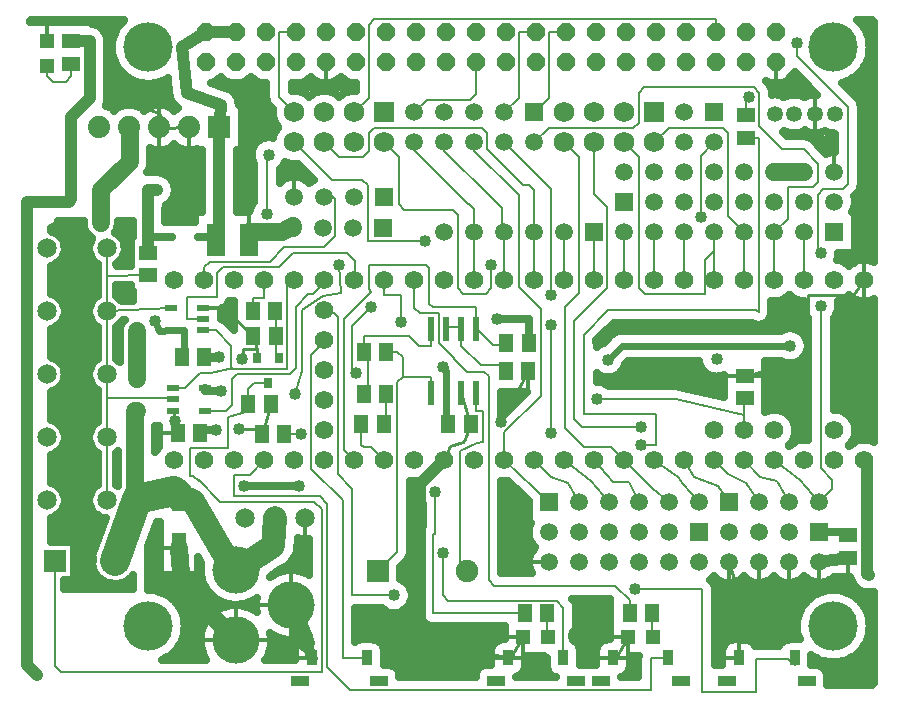
<source format=gtl>
G04 DipTrace Beta 3.0.9.0*
G04 TeensyArbotixProRPIT3.6V0.3.gtl*
%MOIN*%
G04 #@! TF.FileFunction,Copper,L1,Top*
G04 #@! TF.Part,Single*
%AMOUTLINE0*
4,1,4,
-0.0175,-0.025,
-0.0175,0.025,
0.0175,0.025,
0.0175,-0.025,
-0.0175,-0.025,
0*%
%AMOUTLINE1*
4,1,4,
0.0285,-0.0155,
-0.0285,-0.0155,
-0.0285,0.0155,
0.0285,0.0155,
0.0285,-0.0155,
0*%
%AMOUTLINE2*5,1,8,0,0,0.065199,-22.499571*%
G04 #@! TA.AperFunction,CopperBalancing*
%ADD13C,0.025*%
G04 #@! TA.AperFunction,ViaPad*
%ADD15C,0.04*%
G04 #@! TA.AperFunction,Conductor*
%ADD16C,0.023622*%
%ADD19C,0.008005*%
%ADD20C,0.08*%
%ADD21C,0.06*%
%ADD22C,0.059055*%
%ADD23C,0.01*%
%ADD24C,0.035*%
%ADD26C,0.03*%
%ADD27C,0.1*%
G04 #@! TA.AperFunction,CopperBalancing*
%ADD28C,0.013005*%
%ADD29R,0.051181X0.059055*%
%ADD32R,0.05X0.1*%
%ADD33R,0.062992X0.106299*%
%ADD34R,0.059055X0.051181*%
G04 #@! TA.AperFunction,ComponentPad*
%ADD35R,0.059055X0.059055*%
%ADD36C,0.059055*%
%ADD37R,0.074X0.074*%
%ADD38C,0.074*%
%ADD39R,0.068898X0.068898*%
%ADD40C,0.068898*%
%ADD41C,0.15748*%
%ADD44C,0.065199*%
%ADD45R,0.047244X0.047244*%
G04 #@! TA.AperFunction,ComponentPad*
%ADD46C,0.05315*%
%ADD47R,0.074803X0.074803*%
%ADD48C,0.074803*%
%ADD49R,0.031496X0.035433*%
%ADD51R,0.043307X0.023622*%
G04 #@! TA.AperFunction,ComponentPad*
%ADD52C,0.06194*%
%ADD53R,0.023622X0.07874*%
%ADD56R,0.023622X0.023622*%
G04 #@! TA.AperFunction,ViaPad*
%ADD58C,0.165*%
%ADD119OUTLINE0*%
%ADD120OUTLINE1*%
G04 #@! TA.AperFunction,ComponentPad*
%ADD121OUTLINE2*%
%FSLAX26Y26*%
G04*
G70*
G90*
G75*
G01*
G04 Top*
%LPD*%
X1334485Y1099630D2*
D13*
X1151777D1*
Y1100230D1*
X3068561Y944016D2*
X3165457D1*
Y934218D1*
X1074016Y1414016D2*
X1020015D1*
Y1425414D1*
X1994016Y1654016D2*
X2100360D1*
Y1575170D1*
X1059107Y1284475D2*
X1005170D1*
Y1274318D1*
X574016Y2054016D2*
D15*
Y2330016D1*
X636016Y2392016D1*
Y2580948D1*
X575080D1*
X2971452Y1566075D2*
D16*
X2411341D1*
X2364696Y1519429D1*
X1825902Y1409380D2*
Y1305672D1*
X1831688D1*
X1814016Y1494016D2*
X1825902Y1482130D1*
Y1409380D1*
X907810Y1617776D2*
X869805Y1614782D1*
X866285Y1614504D1*
X854000Y1649197D1*
X862051Y2086038D2*
D15*
X830469D1*
Y1929049D1*
Y1876446D1*
X907810Y1617776D2*
D16*
X951275D1*
Y1530458D1*
X942688D1*
X574016Y2054016D2*
D15*
X566047Y2046047D1*
X429036D1*
Y502222D1*
X460649Y470609D1*
X3233397Y802555D2*
X3229213Y806739D1*
Y1184016D1*
X3219016D1*
X910026Y1929049D2*
D13*
X830469D1*
X2819016Y1284016D2*
D19*
Y1334448D1*
Y1391101D1*
X2819320D1*
X2819016Y1334448D2*
X2591624Y1388478D1*
X2326777D1*
X1341311Y1273318D2*
X1285605Y1271906D1*
X1814016Y874016D2*
Y734016D1*
X1832016Y716016D1*
X2192654D1*
X2215885Y692785D1*
Y524016D1*
X1219016Y1184016D2*
X1170554Y1135554D1*
X1116065D1*
Y1065369D1*
X1402663D1*
X1428016Y1040016D1*
Y496016D1*
X1505625Y418407D1*
X2508151D1*
Y524016D1*
X2565885D1*
X3019016Y1784016D2*
Y1944016D1*
X2619016Y1784016D2*
Y1944016D1*
X2174016Y1634016D2*
Y1274016D1*
X1227494Y2006042D2*
Y2203255D1*
X1235420D1*
X2119016Y1784016D2*
Y1944016D1*
Y2084016D1*
X2101016Y2102016D1*
X2080717D1*
X1962016Y2220717D1*
Y2274016D1*
X1944016Y2292016D1*
X1584016D1*
X1566016Y2274016D1*
Y2214016D1*
X1548016Y2196016D1*
X1467016D1*
X1419016Y2244016D1*
X2019016Y1784016D2*
Y1944016D1*
X2010903D1*
Y2024544D1*
X1977431Y2058016D1*
X1976061D1*
X1819016Y2215061D1*
Y2244016D1*
X1919016Y1784016D2*
Y1944016D1*
Y2022016D1*
X1901016Y2040016D1*
X1898154D1*
X1719016Y2219154D1*
Y2244016D1*
X2168561Y1044016D2*
X2019016Y1184016D1*
Y1277613D1*
X2140016Y1398613D1*
Y1690016D1*
X2068016Y1762016D1*
Y2070189D1*
X2062189Y2076016D1*
X2060134D1*
X1919016Y2217134D1*
Y2244016D1*
X2268561Y1044016D2*
X2229343Y1108024D1*
X2172772Y1129881D1*
X2119016Y1184016D1*
X2368561Y1044016D2*
X2307769Y1114453D1*
X2219016Y1184016D1*
X2468561Y1044016D2*
X2433765Y1113167D1*
X2381053D1*
X2319016Y1184016D1*
X2568561Y1044016D2*
X2509621Y1093882D1*
X2419016Y1184016D1*
X2375016Y1228016D1*
X2284016D1*
X2220280Y1291752D1*
Y1694810D1*
X2266994Y1741524D1*
Y2196038D1*
X2219016Y2244016D1*
X2668561Y1044016D2*
X2613761Y1106738D1*
X2597047Y1128595D1*
X2519016Y1184016D1*
X2474016Y1294016D2*
X2277189D1*
X2250309Y1320897D1*
Y1647563D1*
X2362016Y1759271D1*
Y2030016D1*
X2319016Y2073016D1*
Y2244016D1*
X2919016Y1784016D2*
Y1944016D1*
X2964016Y1989016D1*
Y2094319D1*
X3046025D1*
X3065184Y2113478D1*
Y2173352D1*
X3016488Y2222047D1*
X2943985D1*
X2868016Y2298016D1*
Y2410016D1*
X2850016Y2428016D1*
X2484016D1*
X2466016Y2410016D1*
Y2310016D1*
X2448016Y2292016D1*
X2167016D1*
X2119016Y2244016D1*
X2768561Y1044016D2*
X2729473Y1099024D1*
X2651046Y1128595D1*
X2619016Y1184016D1*
X2868561Y1044016D2*
X2823327Y1110595D1*
X2764185Y1140166D1*
X2719016Y1184016D1*
X2968561Y1044016D2*
X2927467Y1114453D1*
X2872183Y1127309D1*
X2819016Y1184016D1*
X3068561Y1044016D2*
X3003322Y1118310D1*
X2919016Y1184016D1*
X3068561Y1044016D2*
X3112016Y1087471D1*
Y1120016D1*
X3073587Y1158445D1*
Y1698236D1*
X1974016Y1834016D2*
Y1758016D1*
X1956016Y1740016D1*
X1882016D1*
X1864016Y1758016D1*
Y2002016D1*
X1846016Y2020016D1*
X1684016D1*
X1666016Y2038016D1*
Y2197016D1*
X1619016Y2244016D1*
X1519016Y1784016D2*
X1520609D1*
Y1849647D1*
X1494474Y1875782D1*
X1313792D1*
X1266025Y1828016D1*
X1080016D1*
X1062016Y1810016D1*
Y1729946D1*
X961284D1*
Y1655177D1*
X1014109D1*
X1020015Y1350610D2*
X1090610D1*
X1110016Y1370016D1*
Y1454016D1*
X1128016Y1472016D1*
X1305578D1*
X1324323Y1490761D1*
Y1697096D1*
X1364597Y1737370D1*
X1380574D1*
X1419016Y1775813D1*
Y1784016D1*
X913715Y1425414D2*
X955414D1*
X1004016Y1474016D1*
X1042016D1*
X1114387Y1492612D1*
X1094016Y1490016D1*
X1295918D1*
Y1784016D1*
X1319016D1*
X1114387Y1492612D2*
X1106788D1*
Y1567244D1*
X1056256Y1617776D1*
X1014109D1*
X1219016Y1784016D2*
Y1726016D1*
X1180891D1*
Y1683156D1*
X2819016Y1784016D2*
Y1944016D1*
X2764016Y1999016D1*
Y2274016D1*
X2746016Y2292016D1*
X2567016D1*
X2519016Y2244016D1*
X1019016Y1784016D2*
Y1828016D1*
X1037016Y1846016D1*
X1236694D1*
X1285843Y1895164D1*
X1418775D1*
X1454789Y1931179D1*
Y2058943D1*
X1423201Y2067507D1*
X1417578Y2061883D1*
X1574836Y1696021D2*
X1511528Y1632713D1*
Y1474886D1*
X1524506D1*
X1322453Y1405264D2*
X1342822Y1483550D1*
Y1684240D1*
X1414339Y1733862D1*
X1473718Y1741120D1*
X1469120Y1835448D1*
X2719016Y1784016D2*
Y1944016D1*
Y1882016D1*
X2688016Y1851016D1*
Y1740016D1*
X2486016D1*
X2468016Y1758016D1*
Y2195016D1*
X2419016Y2244016D1*
X2519016Y1784016D2*
Y1944016D1*
X2174016Y1734016D2*
Y2089016D1*
X2019016Y2244016D1*
X2419016Y1784016D2*
Y1944016D1*
X2674016Y1994016D2*
Y2199016D1*
X2719016Y2244016D1*
X2319016Y1784016D2*
Y1944016D1*
X2994016Y2574016D2*
Y2532016D1*
X3164016Y2362016D1*
Y2106016D1*
X3146016Y2088016D1*
X3082016D1*
X3064016Y2070016D1*
Y1884016D1*
X3074016Y1874016D1*
X2219016Y1784016D2*
Y1944016D1*
X1754016Y1914016D2*
X1563359D1*
Y2101037D1*
X1544998Y2119398D1*
X1443634D1*
X1319016Y2244016D1*
X1619016Y1184016D2*
X1575016Y1228016D1*
X1550016D1*
X1541943Y1236089D1*
Y1305891D1*
X694016Y1051023D2*
Y1261023D1*
Y1392999D1*
Y1471023D1*
Y1681023D1*
Y1799679D1*
Y1891023D1*
Y1799679D2*
X830469Y1801643D1*
X694016Y1681023D2*
X907810Y1692579D1*
X913715Y1388012D2*
Y1392999D1*
X694016D1*
X2919016Y2144016D2*
D22*
X3019016D1*
X1875902Y1409380D2*
D23*
X1895526Y1342843D1*
X1906491Y1305672D1*
X1819016Y1184016D2*
X1836242Y1231624D1*
X1882544Y1246790D1*
X1884065Y1250530D1*
X1906491Y1305672D1*
X1168286Y1919275D2*
D21*
Y1945824D1*
X1278874D1*
D22*
X1313070Y1966675D1*
X1314036Y1959914D1*
X494778Y2583206D2*
D23*
Y2643499D1*
X702734Y2650570D1*
X731019Y2403076D1*
X871029Y2339436D1*
X858301Y2301251D1*
X875272Y2292765D1*
X969016Y2294016D1*
X2030885Y524016D2*
X2045303Y526369D1*
X2046866Y540710D1*
X2082046Y594016D1*
X2380885Y524016D2*
X2396175D1*
X2397679Y540628D1*
X2432046Y594016D1*
X1376516Y524016D2*
D24*
X1357050Y575456D1*
D21*
X1309055Y702280D1*
X2819320Y1465904D2*
D23*
X3030059Y1521621D1*
Y1736055D1*
X3179872D1*
X3219016Y1784016D1*
X913715Y1350610D2*
X920975Y1316107D1*
X930366Y1274318D1*
X933853Y891785D2*
D21*
X944193Y763992D1*
X1124016Y584170D1*
X2801516Y524016D2*
D23*
Y733429D1*
X2768561Y844016D1*
X1192722Y1524100D2*
X1194180Y1556025D1*
X1182601Y1599009D1*
X1014109Y1692579D2*
X1082727D1*
X1182601Y1599009D1*
X1819016Y1184016D2*
D15*
X1736401Y1106359D1*
Y601754D1*
X2030885Y524016D2*
D23*
X1736401Y601754D1*
X2432046Y594016D2*
X2259582D1*
D21*
Y601754D1*
X1017491Y1530458D2*
D26*
X1067297Y1528301D1*
X1194180Y1556025D2*
D23*
X1147103D1*
X1143137Y1522352D1*
X2098481Y1481641D2*
X2007654Y1311628D1*
X919462Y1316107D2*
X920975D1*
X3068561Y844016D2*
D15*
X3165457Y859415D1*
X1719016Y1784016D2*
D19*
Y1692016D1*
X1737016Y1674016D1*
X1800016D1*
Y1576016D1*
X1852016Y1524016D1*
Y1520996D1*
X1892954Y1480058D1*
X1952436D1*
X1966016Y1466478D1*
Y784016D1*
X1984016Y766016D1*
X2388016D1*
X2435983Y718049D1*
Y674016D1*
X1789302Y1080272D2*
Y939603D1*
X1780604D1*
Y674016D1*
X2085983D1*
X1674016Y1647255D2*
Y1734016D1*
X1619016D1*
Y1784016D1*
X2474016Y1234016D2*
X2522790D1*
Y1339215D1*
X2283486D1*
Y1602920D1*
X2365469Y1684903D1*
X2859129D1*
X2866016Y1678016D1*
Y2259907D1*
X2823517D1*
X2834016Y2394016D2*
X2823517Y2383517D1*
Y2334710D1*
X2164723Y594016D2*
X2160786Y597953D1*
Y674016D1*
X2514723Y594016D2*
X2510786Y597953D1*
Y674016D1*
X494778Y2500529D2*
Y2464016D1*
X512778Y2446016D1*
X556016D1*
X575080Y2465080D1*
Y2506145D1*
X1230124Y1441423D2*
X1184589D1*
X1165183Y1422016D1*
Y1373352D1*
X1158314Y1345709D1*
X1098198Y1330181D1*
Y1225988D1*
X969828D1*
Y1132016D1*
X982016D1*
X1000016Y1114016D1*
Y1118113D1*
X1071336Y1046793D1*
X1385239D1*
X1410016Y1022016D1*
Y478016D1*
X540016D1*
X520557Y497475D1*
Y849233D1*
X1257404Y1599009D2*
Y1524100D1*
X1267525D1*
X1255694Y1683156D2*
X1257404D1*
Y1599009D1*
X1895529Y814777D2*
X1869866D1*
Y1215870D1*
X1928095Y1241217D1*
X1948016Y1246016D1*
Y1350016D1*
X1925902D1*
Y1409380D1*
X1624630Y1547112D2*
X1660920D1*
X1680016Y1528016D1*
Y1462016D1*
X1662016Y1444016D1*
Y880477D1*
X1596317Y814777D1*
X1680016Y1462016D2*
X1775902D1*
Y1409380D1*
X1549827Y1405702D2*
X1565735D1*
Y1547112D1*
X1549827D1*
Y1599605D1*
X1700427D1*
X1734016Y1566016D1*
X1775902D1*
Y1621978D1*
X1616746Y1305891D2*
X1624630D1*
Y1405702D1*
X1825902Y1621978D2*
Y1628067D1*
X1875902D1*
Y1621978D1*
Y1566011D1*
X1941036Y1500877D1*
X2023677D1*
Y1481641D1*
X1561516Y524016D2*
X1479502D1*
Y1052530D1*
X1375247Y1156785D1*
Y1535372D1*
X1419016Y1579141D1*
Y1584016D1*
X2454016Y754016D2*
X2678515D1*
Y412709D1*
X2858184D1*
Y522827D1*
X2965402D1*
X2986516Y501713D1*
Y524016D1*
X1651370Y733991D2*
X1510378D1*
Y1090141D1*
X1463063Y1137456D1*
Y1661788D1*
X1449681Y1675170D1*
X1419016D1*
Y1684016D1*
X1719016Y2344016D2*
X1761016Y2386016D1*
X1904016D1*
X1923544Y2405544D1*
Y2510945D1*
X2123544Y2610945D2*
X2066016D1*
Y2391016D1*
X2019016Y2344016D1*
X2223544Y2610945D2*
X2166016D1*
Y2391016D1*
X2119016Y2344016D1*
X2723544Y2610945D2*
Y2654016D1*
X1584016D1*
X1566016Y2636016D1*
Y2391016D1*
X1519016Y2344016D1*
X1323544Y2610945D2*
X1268016D1*
Y2395016D1*
X1319016Y2344016D1*
X2025557Y1575170D2*
Y1568878D1*
X1982506D1*
X1925902Y1625482D1*
Y1621978D1*
X1519016Y1184016D2*
X1483967Y1219065D1*
Y1655626D1*
X1575044Y1746702D1*
X1567521Y1754225D1*
Y1836469D1*
X1758086D1*
X1768116Y1826439D1*
Y1707086D1*
X1780151Y1695050D1*
X1921570D1*
X1925902Y1690718D1*
Y1621978D1*
X594016Y1891023D2*
D20*
Y1681023D1*
Y1471023D1*
Y1261023D1*
Y1051023D1*
X620557Y849233D1*
X720557D2*
D27*
X794383Y1056108D1*
X918125Y1082513D1*
X933853Y1066785D1*
D20*
X981452Y1048457D1*
X1077612Y881137D1*
X1124016Y820390D1*
X1248475Y897386D1*
X1255788Y991861D1*
X933853Y1066785D2*
D21*
Y1075359D1*
X787423D1*
Y1348386D1*
X795655D1*
X674016Y1974016D2*
Y2084016D1*
X770469Y2180469D1*
Y2292563D1*
X769016Y2294016D1*
X794016Y1454016D2*
Y1614016D1*
X1134055Y1288534D2*
D23*
X1210802D1*
Y1271906D1*
X1239986Y1373352D1*
X1123544Y2610945D2*
D15*
X1023544D1*
X944886Y2562419D1*
X959945Y2409948D1*
X1074769Y2368536D1*
X1074343Y2363004D1*
X1069016Y2294016D1*
X1058050Y1919275D2*
X1069016Y1930240D1*
Y2294016D1*
X996641Y1929049D2*
D13*
X1040007D1*
X1049780Y1919275D1*
X1058050D1*
D15*
X862051Y2086038D3*
X460649Y470609D3*
X3233397Y802555D3*
X2326777Y1388478D3*
X1341311Y1273318D3*
X1574836Y1696021D3*
X1524506Y1474886D3*
X1322453Y1405264D3*
X1469120Y1835448D3*
X1736401Y601754D3*
X2259582D3*
X1067297Y1528301D3*
X1143137Y1522352D3*
X2007654Y1311628D3*
X919462Y1316107D3*
D58*
X3115276Y631811D3*
X831811D3*
Y2560945D3*
X3115276D3*
D15*
X1151777Y1100230D3*
X1334485Y1099630D3*
X1074016Y1414016D3*
X1994016Y1654016D3*
X1059107Y1284475D3*
X2726202Y1522041D3*
X574016Y2054016D3*
X1814016Y1494016D3*
X2364696Y1519429D3*
X2971452Y1566075D3*
X854000Y1649197D3*
X1814016Y874016D3*
X2174016Y1274016D3*
Y1634016D3*
X1235420Y2203255D3*
X1227494Y2006042D3*
X2474016Y1294016D3*
X3073587Y1698236D3*
X1974016Y1834016D3*
X2174016Y1734016D3*
X2674016Y1994016D3*
X3074016Y1874016D3*
X2994016Y2574016D3*
X1754016Y1914016D3*
X1789302Y1080272D3*
X1674016Y1647255D3*
X2474016Y1234016D3*
X2834016Y2394016D3*
X2454016Y754016D3*
X1651370Y733991D3*
X795655Y1348386D3*
X1134055Y1288534D3*
X674016Y1974016D3*
X794016Y1614016D3*
Y1454016D3*
X675027Y2626647D2*
D13*
X727693D1*
X3219363D2*
X3249031D1*
X693191Y2601778D2*
X715388D1*
X3231667D2*
X3249031D1*
X696999Y2527172D2*
X713142D1*
X3233962D2*
X3249031D1*
X696999Y2502303D2*
X723494D1*
X3223611D2*
X3249031D1*
X696999Y2477435D2*
X741755D1*
X3205349D2*
X3249031D1*
X696999Y2452566D2*
X775495D1*
X1064626D2*
X1082444D1*
X1164626D2*
X1182444D1*
X1364626D2*
X1382444D1*
X1464626D2*
X1482444D1*
X2964626D2*
X3010896D1*
X3171560D2*
X3249031D1*
X696999Y2427697D2*
X896931D1*
X1085622D2*
X1223005D1*
X1313015D2*
X1521003D1*
X2909158D2*
X3035749D1*
X3160915D2*
X3249031D1*
X696999Y2402828D2*
X899372D1*
X1124636D2*
X1223005D1*
X2934890D2*
X2969441D1*
X2999880D2*
X3039460D1*
X3185769D2*
X3249031D1*
X695290Y2377960D2*
X908503D1*
X1134988D2*
X1226619D1*
X3205886D2*
X3249031D1*
X1146999Y2353091D2*
X1244148D1*
X3209011D2*
X3249031D1*
X1146999Y2328222D2*
X1245320D1*
X3209011D2*
X3249031D1*
X1146999Y2303353D2*
X1255964D1*
X3209011D2*
X3249031D1*
X1146999Y2278485D2*
X1252204D1*
X3011062D2*
X3028279D1*
X3209011D2*
X3249031D1*
X1146999Y2253616D2*
X1203132D1*
X3047439D2*
X3119050D1*
X3209011D2*
X3249031D1*
X909451Y2228747D2*
X928572D1*
X1146999D2*
X1180281D1*
X3072390D2*
X3119050D1*
X3209011D2*
X3249031D1*
X841433Y2203878D2*
X1008015D1*
X1130007D2*
X1174421D1*
X3209011D2*
X3249031D1*
X841433Y2179009D2*
X1008015D1*
X1130007D2*
X1179695D1*
X3209011D2*
X3249031D1*
X836208Y2154141D2*
X1008015D1*
X1130007D2*
X1182527D1*
X1272488D2*
X1346296D1*
X3209011D2*
X3249031D1*
X903982Y2129272D2*
X1008015D1*
X1130007D2*
X1182527D1*
X1272488D2*
X1305769D1*
X1329372D2*
X1371150D1*
X3209011D2*
X3249031D1*
X920095Y2104403D2*
X1008015D1*
X1130007D2*
X1182527D1*
X3208962D2*
X3249031D1*
X922683Y2079534D2*
X1008015D1*
X1130007D2*
X1182527D1*
X3199734D2*
X3249031D1*
X913943Y2054666D2*
X1008015D1*
X1130007D2*
X1182527D1*
X3188699D2*
X3249031D1*
X891433Y2029797D2*
X1008015D1*
X1130007D2*
X1171540D1*
X3188064D2*
X3249031D1*
X891433Y2004928D2*
X985554D1*
X3189529D2*
X3249031D1*
X891433Y1980059D2*
X985554D1*
X3189529D2*
X3249031D1*
X3189529Y1955191D2*
X3249031D1*
X3189529Y1930322D2*
X3249031D1*
X3189529Y1905453D2*
X3249031D1*
X3189529Y1880584D2*
X3249031D1*
X3132058Y1855715D2*
X3249031D1*
X1099929Y1706503D2*
X1114314D1*
X2911013D2*
X3013191D1*
X3134011D2*
X3249031D1*
X1076785Y1681634D2*
X1114314D1*
X2911013D2*
X3014997D1*
X3132204D2*
X3249031D1*
X1076785Y1656765D2*
X1114314D1*
X2905300D2*
X3028620D1*
X3118581D2*
X3249031D1*
X2375076Y1631897D2*
X3028620D1*
X3118581D2*
X3249031D1*
X2350173Y1607028D2*
X2379646D1*
X3015749D2*
X3028608D1*
X3118581D2*
X3249031D1*
X2328494Y1582159D2*
X2353816D1*
X3118581D2*
X3249031D1*
X3118581Y1557290D2*
X3249031D1*
X3118581Y1532422D2*
X3249031D1*
X2426443Y1507553D2*
X2667048D1*
X2889870D2*
X3028620D1*
X3118581D2*
X3249031D1*
X2412722Y1482684D2*
X2680427D1*
X2889870D2*
X3028620D1*
X3118581D2*
X3249031D1*
X2328494Y1457815D2*
X2748787D1*
X2889870D2*
X3028620D1*
X3118581D2*
X3249031D1*
X2367312Y1432946D2*
X2748787D1*
X2889870D2*
X3028620D1*
X3118581D2*
X3249031D1*
X2011013Y1408078D2*
X2086872D1*
X2695437D2*
X2748787D1*
X2889870D2*
X3028620D1*
X3118581D2*
X3249031D1*
X2011013Y1383209D2*
X2062019D1*
X2889870D2*
X3028620D1*
X3118581D2*
X3249031D1*
X2011013Y1358340D2*
X2037165D1*
X2889870D2*
X3028620D1*
X3118581D2*
X3249031D1*
X2970290Y1333471D2*
X3028620D1*
X3170290D2*
X3249031D1*
X2986501Y1308603D2*
X3028620D1*
X3186501D2*
X3249031D1*
X2990994Y1283734D2*
X3028620D1*
X3190994D2*
X3249031D1*
X2986257Y1258865D2*
X3028620D1*
X3186257D2*
X3249031D1*
X1707009Y1109652D2*
X1736238D1*
X2011013D2*
X2033796D1*
X1707009Y1084784D2*
X1728474D1*
X2011013D2*
X2060359D1*
X1707009Y1059915D2*
X1731941D1*
X2011013D2*
X2086921D1*
X1707009Y1035046D2*
X1744294D1*
X2011013D2*
X2098054D1*
X1707009Y1010177D2*
X1744294D1*
X2011013D2*
X2098054D1*
X1707009Y985309D2*
X1744294D1*
X2011013D2*
X2098054D1*
X1707009Y960440D2*
X1741072D1*
X2011013D2*
X2100056D1*
X847829Y935571D2*
X867829D1*
X1707009D2*
X1735603D1*
X2011013D2*
X2098542D1*
X838943Y910702D2*
X867829D1*
X1330740D2*
X1365046D1*
X1707009D2*
X1735603D1*
X2011013D2*
X2106745D1*
X834988Y885834D2*
X867829D1*
X1328591D2*
X1365046D1*
X1707009D2*
X1735603D1*
X2011013D2*
X2112410D1*
X834988Y860965D2*
X867829D1*
X1320486D2*
X1365046D1*
X1702273D2*
X1735603D1*
X2011013D2*
X2100203D1*
X834988Y836096D2*
X867829D1*
X1300027D2*
X1365046D1*
X1680203D2*
X1735603D1*
X2011013D2*
X2098494D1*
X834988Y811227D2*
X867829D1*
X1674734D2*
X1735603D1*
X2011013D2*
X2106453D1*
X834988Y786359D2*
X1009333D1*
X1679958D2*
X1735603D1*
X2708572D2*
X2729939D1*
X2807156D2*
X2829939D1*
X2907156D2*
X2929939D1*
X3007156D2*
X3029939D1*
X3107156D2*
X3171882D1*
X834988Y761490D2*
X1020124D1*
X1705495D2*
X1735603D1*
X2722829D2*
X3189216D1*
X894753Y736621D2*
X1039509D1*
X1712331D2*
X1735603D1*
X2723513D2*
X3052302D1*
X3178249D2*
X3249031D1*
X925124Y711752D2*
X1077449D1*
X1170583D2*
X1189704D1*
X1707986D2*
X1735603D1*
X2256423D2*
X2369392D1*
X2723513D2*
X3021931D1*
X3208620D2*
X3249031D1*
X942068Y686883D2*
X1064997D1*
X1524490D2*
X1614167D1*
X1688552D2*
X1735603D1*
X2260867D2*
X2369392D1*
X2723513D2*
X3005037D1*
X3225515D2*
X3249031D1*
X951492Y662015D2*
X1033845D1*
X1524490D2*
X1737361D1*
X2260867D2*
X2369392D1*
X2723513D2*
X2995613D1*
X3234939D2*
X3249031D1*
X955203Y637146D2*
X1016951D1*
X1524490D2*
X1756990D1*
X2260867D2*
X2367439D1*
X2723513D2*
X2991902D1*
X953738Y612277D2*
X1007673D1*
X1524490D2*
X2017439D1*
X2260867D2*
X2367439D1*
X2723513D2*
X2993367D1*
X946853Y587408D2*
X1004304D1*
X1243728D2*
X1283113D1*
X1334988D2*
X1353816D1*
X1524490D2*
X1538826D1*
X1584206D2*
X2008210D1*
X2260867D2*
X2358210D1*
X2723513D2*
X2778816D1*
X2824197D2*
X2963826D1*
X3230349D2*
X3249031D1*
X933523Y562540D2*
X1006306D1*
X1241726D2*
X1320466D1*
X1617556D2*
X1974861D1*
X2271902D2*
X2324861D1*
X2723513D2*
X2745466D1*
X3216970D2*
X3249031D1*
X910329Y537671D2*
X1013874D1*
X1234158D2*
X1318025D1*
X1619997D2*
X1972419D1*
X2274392D2*
X2322419D1*
X2723513D2*
X2743025D1*
X3193777D2*
X3249031D1*
X1619997Y512802D2*
X1972419D1*
X2089382D2*
X2157380D1*
X2274392D2*
X2322419D1*
X2439382D2*
X2463142D1*
X2723513D2*
X2743025D1*
X3044997D2*
X3090925D1*
X3139626D2*
X3249031D1*
X1663943Y487933D2*
X1928474D1*
X2087722D2*
X2159040D1*
X2437722D2*
X2463142D1*
X3088943D2*
X3249031D1*
X1671511Y463065D2*
X1920906D1*
X2064626D2*
X2182136D1*
X2414626D2*
X2463142D1*
X3096511D2*
X3249031D1*
X3096511Y438196D2*
X3245564D1*
X870361Y978285D2*
X870363Y980285D1*
X863246Y980310D1*
X861097Y979851D1*
X832489Y899575D1*
X832516Y752854D1*
X841305Y752438D1*
X850740Y751322D1*
X860058Y749468D1*
X869202Y746889D1*
X878116Y743601D1*
X886744Y739623D1*
X895034Y734981D1*
X902933Y729702D1*
X910394Y723820D1*
X917371Y717371D1*
X923820Y710394D1*
X929702Y702933D1*
X934981Y695034D1*
X939623Y686744D1*
X943601Y678116D1*
X946889Y669202D1*
X949468Y660058D1*
X951322Y650740D1*
X952438Y641305D1*
X952811Y631811D1*
X952438Y622318D1*
X951322Y612883D1*
X949468Y603564D1*
X946889Y594420D1*
X943601Y585507D1*
X939623Y576878D1*
X934981Y568589D1*
X929702Y560689D1*
X923820Y553228D1*
X917371Y546251D1*
X910394Y539802D1*
X902933Y533920D1*
X895034Y528642D1*
X886744Y523999D1*
X879161Y520504D1*
X1025514Y520519D1*
X1018693Y532668D1*
X1013811Y544169D1*
X1010180Y556123D1*
X1007842Y568397D1*
X1006823Y580849D1*
X1007135Y593339D1*
X1008775Y605725D1*
X1011723Y617867D1*
X1015946Y629625D1*
X1021397Y640867D1*
X1028014Y651466D1*
X1035720Y661300D1*
X1044430Y670258D1*
X1054043Y678239D1*
X1064451Y685151D1*
X1075535Y690916D1*
X1087170Y695469D1*
X1099223Y698758D1*
X1111558Y700746D1*
X1124035Y701410D1*
X1136511Y700742D1*
X1148845Y698750D1*
X1160898Y695457D1*
X1172531Y690901D1*
X1183614Y685132D1*
X1194369Y677950D1*
X1192571Y688988D1*
X1191818Y701459D1*
X1192396Y713940D1*
X1194369Y726603D1*
X1185274Y720426D1*
X1177242Y715928D1*
X1168882Y712074D1*
X1160245Y708888D1*
X1151385Y706389D1*
X1142356Y704593D1*
X1133215Y703511D1*
X1124016Y703150D1*
X1114817Y703511D1*
X1105676Y704593D1*
X1096647Y706389D1*
X1087787Y708888D1*
X1079150Y712074D1*
X1070790Y715928D1*
X1062758Y720426D1*
X1055104Y725541D1*
X1047875Y731240D1*
X1041115Y737489D1*
X1034866Y744249D1*
X1029167Y751478D1*
X1024052Y759132D1*
X1019554Y767164D1*
X1015700Y775524D1*
X1012514Y784161D1*
X1010015Y793021D1*
X1008219Y802050D1*
X1007137Y811191D1*
X1006776Y820390D1*
X1007137Y829589D1*
X1009054Y842927D1*
X997353Y862785D1*
Y803285D1*
X870353D1*
Y980285D1*
X1000554Y2010924D2*
X1010564D1*
X1010516Y2218473D1*
X993516Y2218516D1*
Y2222569D1*
X982538Y2219737D1*
X972610Y2218602D1*
X962619Y2218788D1*
X952740Y2220291D1*
X943146Y2223086D1*
X934006Y2227124D1*
X925478Y2232334D1*
X919015Y2237457D1*
X912300Y2232156D1*
X903752Y2226981D1*
X894595Y2222981D1*
X884989Y2220225D1*
X875105Y2218762D1*
X865113Y2218617D1*
X855190Y2219793D1*
X845509Y2222269D1*
X838950Y2224768D1*
X838758Y2175094D1*
X837076Y2164478D1*
X833755Y2154255D1*
X828746Y2144485D1*
X866641Y2144358D1*
X875708Y2142922D1*
X884438Y2140085D1*
X892618Y2135918D1*
X900044Y2130522D1*
X906535Y2124031D1*
X911931Y2116605D1*
X916098Y2108425D1*
X918935Y2099695D1*
X920371Y2090628D1*
Y2081448D1*
X918935Y2072382D1*
X916098Y2063651D1*
X911931Y2055472D1*
X906535Y2048046D1*
X900044Y2041554D1*
X892289Y2035975D1*
X888969Y2023538D1*
Y1980032D1*
X914028Y1979892D1*
X922216Y1979360D1*
X988078D1*
X988054Y2010924D1*
X1000554D1*
X1127511D2*
X1169199D1*
X1170610Y2019699D1*
X1173447Y2028429D1*
X1177614Y2036608D1*
X1183010Y2044035D1*
X1184995Y2046183D1*
X1184991Y2173572D1*
X1181373Y2180868D1*
X1178537Y2189598D1*
X1177101Y2198665D1*
Y2207845D1*
X1178537Y2216911D1*
X1181373Y2225642D1*
X1185541Y2233821D1*
X1190936Y2241248D1*
X1197427Y2247739D1*
X1204854Y2253134D1*
X1213033Y2257302D1*
X1221764Y2260138D1*
X1230830Y2261575D1*
X1240010D1*
X1247933Y2260366D1*
X1251620Y2271932D1*
X1256817Y2282132D1*
X1263545Y2291392D1*
X1265930Y2293972D1*
X1259999Y2301138D1*
X1254018Y2310898D1*
X1249638Y2321474D1*
X1246965Y2332604D1*
X1246067Y2344016D1*
X1247057Y2355889D1*
X1235697Y2367413D1*
X1231776Y2372808D1*
X1228749Y2378751D1*
X1226688Y2385094D1*
X1225644Y2391681D1*
X1225513Y2442330D1*
X1208048Y2442446D1*
X1202081Y2443391D1*
X1196335Y2445258D1*
X1190952Y2448000D1*
X1186065Y2451551D1*
X1173527Y2463921D1*
X1161022Y2451551D1*
X1156135Y2448000D1*
X1150752Y2445258D1*
X1145006Y2443391D1*
X1139039Y2442446D1*
X1111068Y2442327D1*
X1105046Y2442801D1*
X1099171Y2444211D1*
X1093590Y2446523D1*
X1088439Y2449680D1*
X1083845Y2453603D1*
X1073527Y2463921D1*
X1061022Y2451551D1*
X1056135Y2448000D1*
X1050752Y2445258D1*
X1045006Y2443391D1*
X1041654Y2442755D1*
X1098873Y2421839D1*
X1106915Y2417413D1*
X1114165Y2411782D1*
X1120445Y2405087D1*
X1125601Y2397492D1*
X1129505Y2389183D1*
X1132061Y2380367D1*
X1133242Y2369807D1*
X1144516Y2369516D1*
Y2218516D1*
X1127475D1*
X1127516Y2010959D1*
X2094925Y1413613D2*
X2008520D1*
X2008519Y1327171D1*
X2094924Y1413630D1*
X2037768Y1413613D1*
X866276Y1229230D2*
Y1300304D1*
X855910Y1300299D1*
X855923Y1213083D1*
X859783Y1220314D1*
X866263Y1229211D1*
X3171854Y795324D2*
X3116073D1*
X3109841Y789945D1*
X3101476Y784482D1*
X3092401Y780303D1*
X3082812Y777498D1*
X3072915Y776128D1*
X3062925Y776222D1*
X3053056Y777779D1*
X3043521Y780764D1*
X3034527Y785114D1*
X3026266Y790734D1*
X3018918Y797504D1*
X3018571Y797888D1*
X3011800Y791498D1*
X3003641Y785731D1*
X2994726Y781222D1*
X2985246Y778066D1*
X2975406Y776334D1*
X2965419Y776061D1*
X2955500Y777254D1*
X2945862Y779887D1*
X2936714Y783903D1*
X2928252Y789216D1*
X2920661Y795711D1*
X2918571Y797888D1*
X2911800Y791498D1*
X2903641Y785731D1*
X2894726Y781222D1*
X2885246Y778066D1*
X2875406Y776334D1*
X2865419Y776061D1*
X2855500Y777254D1*
X2845862Y779887D1*
X2836714Y783903D1*
X2828252Y789216D1*
X2820661Y795711D1*
X2818571Y797888D1*
X2811800Y791498D1*
X2803641Y785731D1*
X2794726Y781222D1*
X2785246Y778066D1*
X2775406Y776334D1*
X2765419Y776061D1*
X2755500Y777254D1*
X2745862Y779887D1*
X2736714Y783903D1*
X2728252Y789216D1*
X2720661Y795711D1*
X2718571Y797888D1*
X2711800Y791498D1*
X2705453Y786868D1*
X2710834Y781619D1*
X2714754Y776224D1*
X2717782Y770281D1*
X2719843Y763938D1*
X2720886Y757351D1*
X2721017Y691516D1*
Y501721D1*
X2726493Y503042D1*
X2732516Y503516D1*
X2745553D1*
X2745597Y551514D1*
X2746807Y558904D1*
X2749425Y565920D1*
X2753352Y572296D1*
X2758438Y577791D1*
X2764492Y582198D1*
X2771285Y585350D1*
X2778559Y587127D1*
X2786516Y587516D1*
X2824002Y587192D1*
X2831298Y585505D1*
X2838129Y582437D1*
X2844237Y578105D1*
X2849390Y572673D1*
X2853605Y565894D1*
X2854849Y565199D1*
X2934112Y565330D1*
X2937869Y571646D1*
X2941792Y576240D1*
X2946386Y580163D1*
X2951537Y583320D1*
X2957119Y585632D1*
X2962993Y587042D1*
X2969016Y587516D1*
X3002649D1*
X2997619Y603564D1*
X2995766Y612883D1*
X2994649Y622318D1*
X2994276Y631811D1*
X2994649Y641305D1*
X2995766Y650740D1*
X2997619Y660058D1*
X3000198Y669202D1*
X3003486Y678116D1*
X3007464Y686744D1*
X3012106Y695034D1*
X3017385Y702933D1*
X3023267Y710394D1*
X3029716Y717371D1*
X3036693Y723820D1*
X3044154Y729702D1*
X3052054Y734981D1*
X3060343Y739623D1*
X3068971Y743601D1*
X3077885Y746889D1*
X3087029Y749468D1*
X3096347Y751322D1*
X3105782Y752438D1*
X3115276Y752811D1*
X3124769Y752438D1*
X3134204Y751322D1*
X3143523Y749468D1*
X3152667Y746889D1*
X3161581Y743601D1*
X3170209Y739623D1*
X3178498Y734981D1*
X3186398Y729702D1*
X3193859Y723820D1*
X3200836Y717371D1*
X3207285Y710394D1*
X3213167Y702933D1*
X3218445Y695034D1*
X3223088Y686744D1*
X3227065Y678116D1*
X3230354Y669202D1*
X3232933Y660058D1*
X3234786Y650740D1*
X3235903Y641305D1*
X3236276Y631811D1*
X3235903Y622318D1*
X3234786Y612883D1*
X3232933Y603564D1*
X3230354Y594420D1*
X3227065Y585507D1*
X3223088Y576878D1*
X3218445Y568589D1*
X3213167Y560689D1*
X3207285Y553228D1*
X3200836Y546251D1*
X3193859Y539802D1*
X3186398Y533920D1*
X3178498Y528642D1*
X3170209Y523999D1*
X3161581Y520022D1*
X3152667Y516733D1*
X3143523Y514155D1*
X3134204Y512301D1*
X3124769Y511184D1*
X3115276Y510811D1*
X3105782Y511184D1*
X3096347Y512301D1*
X3087029Y514155D1*
X3077885Y516733D1*
X3068971Y520022D1*
X3060343Y523999D1*
X3052054Y528642D1*
X3042493Y535230D1*
X3042516Y503459D1*
X3058537Y503397D1*
X3064504Y502452D1*
X3070249Y500585D1*
X3075632Y497843D1*
X3080520Y494292D1*
X3084792Y490020D1*
X3088343Y485132D1*
X3091085Y479749D1*
X3092952Y474004D1*
X3093897Y468037D1*
X3094016Y436524D1*
X3241347Y436516D1*
X3245917Y437133D1*
X3249106Y439007D1*
X3250929Y442222D1*
X3251531Y446905D1*
X3251474Y746919D1*
X3242548Y744776D1*
X3233397Y744055D1*
X3224245Y744776D1*
X3215319Y746919D1*
X3206838Y750431D1*
X3199011Y755228D1*
X3192031Y761190D1*
X3185154Y768254D1*
X3180380Y774527D1*
X3176493Y781385D1*
X3173563Y788703D1*
X3172256Y793452D1*
X2122465Y894058D2*
X2116832Y899836D1*
X2110558Y908472D1*
X2105711Y917983D1*
X2102413Y928135D1*
X2100743Y938679D1*
Y949353D1*
X2102413Y959897D1*
X2105711Y970049D1*
X2108549Y975974D1*
X2100533Y975988D1*
Y1049474D1*
X2029883Y1115401D1*
X2019016Y1114546D1*
X2008508Y1115359D1*
X2008519Y808519D1*
X2110530D1*
X2106504Y816146D1*
X2103091Y825536D1*
X2101091Y835325D1*
X2100545Y845301D1*
X2101467Y855249D1*
X2103836Y864956D1*
X2107601Y874210D1*
X2112681Y882813D1*
X2118966Y890579D1*
X2122442Y894021D1*
X3186834Y2038679D2*
X3185164Y2028135D1*
X3181865Y2017983D1*
X3179027Y2012058D1*
X3187044Y2012043D1*
Y1875988D1*
X3132503D1*
X3132336Y1869426D1*
X3130900Y1860359D1*
X3128504Y1852824D1*
X3135233Y1851566D1*
X3145601Y1848198D1*
X3155314Y1843249D1*
X3164133Y1836841D1*
X3168992Y1832215D1*
X3175233Y1837952D1*
X3183423Y1843675D1*
X3192350Y1848164D1*
X3201828Y1851326D1*
X3211661Y1853095D1*
X3221647Y1853436D1*
X3231578Y1852341D1*
X3241249Y1849832D1*
X3250460Y1845962D1*
X3251522Y1845399D1*
X3251516Y2641347D1*
X3250899Y2645917D1*
X3249028Y2649101D1*
X3245814Y2650925D1*
X3241129Y2651528D1*
X3195518Y2651515D1*
X3207285Y2639528D1*
X3213167Y2632067D1*
X3218445Y2624167D1*
X3223088Y2615878D1*
X3227065Y2607250D1*
X3230354Y2598336D1*
X3232933Y2589192D1*
X3234786Y2579874D1*
X3235903Y2570439D1*
X3236276Y2560945D1*
X3235903Y2551452D1*
X3234786Y2542017D1*
X3232933Y2532698D1*
X3230354Y2523554D1*
X3227065Y2514640D1*
X3223088Y2506012D1*
X3218445Y2497723D1*
X3213167Y2489823D1*
X3207285Y2482362D1*
X3200836Y2475385D1*
X3193859Y2468936D1*
X3186398Y2463054D1*
X3178498Y2457776D1*
X3170209Y2453133D1*
X3161581Y2449156D1*
X3152667Y2445867D1*
X3142977Y2443180D1*
X3196335Y2389619D1*
X3200255Y2384224D1*
X3203283Y2378281D1*
X3205344Y2371938D1*
X3206388Y2365351D1*
X3206519Y2299516D1*
X3206388Y2102681D1*
X3205344Y2096094D1*
X3203283Y2089751D1*
X3200255Y2083808D1*
X3196335Y2078413D1*
X3183539Y2065431D1*
X3186206Y2054658D1*
X3187044Y2044016D1*
X3186834Y2038679D1*
X3092121Y2206494D2*
X3101156Y2209657D1*
X3110963Y2211565D1*
X3120943Y2212016D1*
X3121519Y2211989D1*
X3121513Y2273936D1*
X3114561Y2274133D1*
X3104476Y2275730D1*
X3094764Y2278886D1*
X3087215Y2282653D1*
X3078796Y2278571D1*
X3069261Y2275590D1*
X3059382Y2274103D1*
X3049392Y2274146D1*
X3039526Y2275718D1*
X3030017Y2278781D1*
X3021089Y2283264D1*
X3019676Y2284153D1*
X3009570Y2278886D1*
X2999858Y2275730D1*
X2989773Y2274133D1*
X2979561D1*
X2969476Y2275730D1*
X2959764Y2278886D1*
X2952215Y2282653D1*
X2946401Y2279730D1*
X2961634Y2264506D1*
X3019823Y2264419D1*
X3026411Y2263376D1*
X3032754Y2261315D1*
X3038696Y2258287D1*
X3044092Y2254367D1*
X3092126Y2206518D1*
X919027Y2350583D2*
X925986Y2356053D1*
X930904Y2359180D1*
X922845Y2364716D1*
X916226Y2371077D1*
X910684Y2378395D1*
X906354Y2386489D1*
X903344Y2395162D1*
X901728Y2404198D1*
X896358Y2458572D1*
X886744Y2453133D1*
X878116Y2449156D1*
X869202Y2445867D1*
X860058Y2443288D1*
X850740Y2441435D1*
X841305Y2440318D1*
X831811Y2439945D1*
X822318Y2440318D1*
X812883Y2441435D1*
X803564Y2443288D1*
X794420Y2445867D1*
X785507Y2449156D1*
X776878Y2453133D1*
X768589Y2457776D1*
X760689Y2463054D1*
X753228Y2468936D1*
X746251Y2475385D1*
X739802Y2482362D1*
X733920Y2489823D1*
X728642Y2497723D1*
X723999Y2506012D1*
X720022Y2514640D1*
X716733Y2523554D1*
X714155Y2532698D1*
X712301Y2542017D1*
X711184Y2551452D1*
X710811Y2560945D1*
X711184Y2570439D1*
X712301Y2579874D1*
X714155Y2589192D1*
X716733Y2598336D1*
X720022Y2607250D1*
X723999Y2615878D1*
X728642Y2624167D1*
X733920Y2632067D1*
X739802Y2639528D1*
X746251Y2646505D1*
X751675Y2651518D1*
X446685Y2651516D1*
X442113Y2650899D1*
X438928Y2649027D1*
X437107Y2645814D1*
X437657Y2645328D1*
X557053Y2645038D1*
X643108D1*
Y2639032D1*
X649673Y2637831D1*
X658403Y2634995D1*
X666582Y2630827D1*
X674009Y2625432D1*
X680500Y2618940D1*
X685895Y2611514D1*
X690063Y2603335D1*
X692900Y2594604D1*
X694336Y2585538D1*
X694516Y2530948D1*
X694336Y2387426D1*
X692900Y2378359D1*
X689905Y2369287D1*
X692347Y2365821D1*
X703292Y2361287D1*
X713394Y2355097D1*
X718985Y2350562D1*
X724638Y2355097D1*
X734740Y2361287D1*
X745685Y2365821D1*
X757205Y2368586D1*
X769016Y2369516D1*
X780827Y2368586D1*
X792347Y2365821D1*
X803292Y2361287D1*
X813394Y2355097D1*
X818985Y2350562D1*
X825986Y2356053D1*
X834556Y2361193D1*
X843729Y2365155D1*
X853345Y2367872D1*
X863236Y2369294D1*
X873228Y2369398D1*
X883147Y2368182D1*
X892818Y2365666D1*
X902072Y2361895D1*
X910746Y2356935D1*
X919016Y2350579D1*
X927800Y2361071D1*
X920550Y2366701D1*
X914269Y2373397D1*
X909114Y2380992D1*
X905210Y2389300D1*
X902654Y2398117D1*
X901870Y2403024D1*
X1241230Y581670D2*
X1240298Y569210D1*
X1238046Y556921D1*
X1234498Y544941D1*
X1229697Y533407D1*
X1223694Y522449D1*
X1222466Y520511D1*
X1320534Y520519D1*
X1320597Y551514D1*
X1321807Y558904D1*
X1324425Y565920D1*
X1328352Y572296D1*
X1333438Y577791D1*
X1339492Y582198D1*
X1346285Y585350D1*
X1353559Y587127D1*
X1361516Y587516D1*
X1367522D1*
X1367513Y600623D1*
X1356788Y595196D1*
X1345121Y590725D1*
X1333045Y587520D1*
X1320697Y585619D1*
X1308216Y585043D1*
X1295745Y585798D1*
X1283424Y587876D1*
X1271395Y591253D1*
X1259794Y595891D1*
X1248752Y601737D1*
X1238702Y608499D1*
X1240679Y595792D1*
X1241256Y584170D1*
X1241230Y581670D1*
X1238701Y796059D2*
X1249490Y803261D1*
X1260574Y809026D1*
X1272209Y813579D1*
X1284263Y816869D1*
X1296598Y818856D1*
X1309074Y819520D1*
X1321550Y818852D1*
X1333885Y816861D1*
X1345937Y813568D1*
X1357571Y809011D1*
X1367528Y803890D1*
X1367418Y921719D1*
X1357471Y920781D1*
X1347490Y921247D1*
X1337673Y923108D1*
X1329401Y925851D1*
X1326025Y885206D1*
X1323165Y873225D1*
X1318465Y861838D1*
X1312043Y851327D1*
X1304055Y841950D1*
X1294699Y833938D1*
X1268514Y817476D1*
X1239406Y799468D1*
X2258379Y578299D2*
X2262660Y574020D1*
X2266211Y569132D1*
X2268954Y563749D1*
X2270821Y558004D1*
X2271766Y552037D1*
X2271885Y503459D1*
X2287905Y503397D1*
X2293872Y502452D1*
X2297148Y501497D1*
X2299988Y501632D1*
X2305862Y503042D1*
X2311885Y503516D1*
X2324922D1*
X2324966Y551514D1*
X2326176Y558904D1*
X2328794Y565920D1*
X2332720Y572296D1*
X2337807Y577791D1*
X2343861Y582198D1*
X2350653Y585350D1*
X2357928Y587127D1*
X2365885Y587516D1*
X2369918D1*
X2369924Y656138D1*
X2371887D1*
X2371893Y722053D1*
X2370401Y723523D1*
X2245291Y723513D1*
X2250270Y717768D1*
X2253755Y712081D1*
X2256307Y705919D1*
X2257864Y699434D1*
X2258388Y692785D1*
X2258389Y578292D1*
X2262660Y574020D1*
X2266211Y569132D1*
X2268954Y563749D1*
X2270821Y558004D1*
X2271766Y552037D1*
X2271885Y549016D1*
X1923385Y460914D2*
X1923859Y471039D1*
X1925269Y476913D1*
X1927581Y482495D1*
X1930738Y487646D1*
X1934661Y492240D1*
X1939255Y496163D1*
X1944406Y499320D1*
X1949988Y501632D1*
X1955862Y503042D1*
X1961885Y503516D1*
X1974885Y503498D1*
X1975209Y554002D1*
X1976896Y561298D1*
X1979964Y568129D1*
X1984296Y574237D1*
X1989728Y579390D1*
X1996055Y583395D1*
X2003038Y586100D1*
X2010412Y587401D1*
X2019918Y587516D1*
X2019924Y631532D1*
X1777269Y631644D1*
X1770682Y632688D1*
X1764339Y634749D1*
X1758396Y637777D1*
X1753001Y641697D1*
X1748285Y646413D1*
X1744364Y651808D1*
X1741337Y657751D1*
X1739276Y664094D1*
X1738232Y670681D1*
X1738101Y736516D1*
X1738232Y942937D1*
X1739276Y949525D1*
X1741337Y955868D1*
X1744364Y961810D1*
X1746453Y964882D1*
X1746799Y1002103D1*
Y1040042D1*
X1741975Y1045886D1*
X1737178Y1053713D1*
X1733665Y1062194D1*
X1731522Y1071120D1*
X1730802Y1080272D1*
X1731522Y1089423D1*
X1733665Y1098349D1*
X1737178Y1106830D1*
X1741975Y1114657D1*
X1746706Y1120307D1*
X1740483Y1117946D1*
X1729883Y1115401D1*
X1719016Y1114546D1*
X1708149Y1115401D1*
X1704491Y1116129D1*
X1704388Y877142D1*
X1703344Y870555D1*
X1701283Y864212D1*
X1698255Y858269D1*
X1694335Y852873D1*
X1672217Y830570D1*
X1672218Y788677D1*
X1681936Y783871D1*
X1689363Y778475D1*
X1695854Y771984D1*
X1701250Y764557D1*
X1705417Y756378D1*
X1708254Y747648D1*
X1709690Y738581D1*
Y729401D1*
X1708254Y720335D1*
X1705417Y711604D1*
X1701250Y703425D1*
X1695854Y695998D1*
X1689363Y689507D1*
X1681936Y684112D1*
X1673757Y679944D1*
X1665027Y677107D1*
X1655960Y675671D1*
X1646780D1*
X1637714Y677107D1*
X1628983Y679944D1*
X1620804Y684112D1*
X1613378Y689507D1*
X1611230Y691493D1*
X1522025Y691488D1*
X1522004Y580607D1*
X1529283Y584585D1*
X1535028Y586452D1*
X1540995Y587397D1*
X1579016Y587516D1*
X1585039Y587042D1*
X1590913Y585632D1*
X1596495Y583320D1*
X1601646Y580163D1*
X1606240Y576240D1*
X1610163Y571646D1*
X1613320Y566495D1*
X1615632Y560913D1*
X1617042Y555039D1*
X1617516Y549016D1*
Y503459D1*
X1633537Y503397D1*
X1639504Y502452D1*
X1645249Y500586D1*
X1650632Y497843D1*
X1655520Y494292D1*
X1659792Y490020D1*
X1663343Y485132D1*
X1666086Y479749D1*
X1667952Y474004D1*
X1668897Y468037D1*
X1669016Y460866D1*
X1923350Y460910D1*
X1923859Y471039D1*
X1925269Y476913D1*
X1927581Y482495D1*
X1930737Y487646D1*
X1934661Y492240D1*
X1939255Y496163D1*
X1944406Y499320D1*
X1949988Y501632D1*
X1955862Y503042D1*
X1961885Y503516D1*
X1974922D1*
X1962227Y503503D1*
X1411909Y2442340D2*
X1404317Y2442924D1*
X1397108Y2444947D1*
X1390426Y2448329D1*
X1384526Y2452939D1*
X1373531Y2463892D1*
X1361022Y2451551D1*
X1356135Y2448000D1*
X1350752Y2445258D1*
X1345006Y2443391D1*
X1339039Y2442446D1*
X1310679Y2442342D1*
X1310519Y2416463D1*
X1319016Y2416965D1*
X1330428Y2416067D1*
X1341558Y2413394D1*
X1352134Y2409014D1*
X1361894Y2403033D1*
X1368972Y2397102D1*
X1376138Y2403033D1*
X1385898Y2409014D1*
X1396474Y2413394D1*
X1407604Y2416067D1*
X1419016Y2416965D1*
X1430428Y2416067D1*
X1441558Y2413394D1*
X1452134Y2409014D1*
X1461894Y2403033D1*
X1468972Y2397102D1*
X1476138Y2403033D1*
X1485898Y2409014D1*
X1496474Y2413394D1*
X1507604Y2416067D1*
X1519016Y2416965D1*
X1523510Y2416788D1*
X1523519Y2442327D1*
X1508048Y2442446D1*
X1502081Y2443391D1*
X1496335Y2445258D1*
X1490952Y2448000D1*
X1486065Y2451551D1*
X1473527Y2463921D1*
X1461418Y2451894D1*
X1455337Y2447525D1*
X1448525Y2444415D1*
X1441240Y2442683D1*
X1433519Y2442327D1*
X1406083Y2442651D1*
X1398787Y2444338D1*
X1391956Y2447406D1*
X1385848Y2451738D1*
X1373535Y2463913D1*
X1361022Y2451551D1*
X1356135Y2448000D1*
X1350752Y2445258D1*
X1345006Y2443391D1*
X1339039Y2442446D1*
X1336019Y2442327D1*
X2979118Y2469479D2*
X2959487Y2450307D1*
X2953136Y2446341D1*
X2946136Y2443680D1*
X2938754Y2442424D1*
X2911068Y2442327D1*
X2903616Y2443055D1*
X2896445Y2445212D1*
X2889421Y2449005D1*
X2900335Y2437619D1*
X2904255Y2432224D1*
X2907283Y2426281D1*
X2909344Y2419938D1*
X2910388Y2413351D1*
X2910519Y2403424D1*
X2919667Y2404082D1*
X2929847Y2403280D1*
X2939776Y2400897D1*
X2949210Y2396989D1*
X2952119Y2395360D1*
X2959764Y2399128D1*
X2969476Y2402284D1*
X2979561Y2403881D1*
X2989773D1*
X2999858Y2402284D1*
X3009570Y2399128D1*
X3018668Y2394492D1*
X3019917Y2394027D1*
X3028748Y2398697D1*
X3038190Y2401961D1*
X3048021Y2403741D1*
X3058008Y2403996D1*
X3062317Y2403621D1*
X2986913Y2479011D1*
X2983213Y2473793D1*
X2979118Y2469479D1*
X2144168Y531901D2*
X2086885Y531897D1*
X2086561Y494030D1*
X2084873Y486734D1*
X2081806Y479903D1*
X2077474Y473795D1*
X2072042Y468642D1*
X2065714Y464637D1*
X2058248Y461814D1*
X2068125Y460910D1*
X2189365D1*
X2189397Y461580D1*
X2183651Y463447D1*
X2178269Y466189D1*
X2173381Y469740D1*
X2169109Y474012D1*
X2165558Y478900D1*
X2162815Y484283D1*
X2160948Y490028D1*
X2160003Y495995D1*
X2159898Y525736D1*
X2151846Y531894D1*
X2086873D1*
X2086872Y525372D1*
X2104168Y531894D1*
X2101668D1*
X2466445D2*
X2436873D1*
X2436804Y496518D1*
X2435593Y489128D1*
X2432976Y482112D1*
X2429049Y475736D1*
X2423963Y470241D1*
X2417909Y465834D1*
X2411116Y462682D1*
X2408707Y461939D1*
X2418125Y460910D1*
X2465635D1*
X2465780Y527351D1*
X2466246Y531036D1*
X2464168Y531894D1*
X2451668D1*
X2887348Y1515786D2*
X2887477Y1345914D1*
X2897549Y1350086D1*
X2908149Y1352631D1*
X2919016Y1353486D1*
X2929883Y1352631D1*
X2940483Y1350086D1*
X2950555Y1345914D1*
X2959849Y1340218D1*
X2968139Y1333139D1*
X2975218Y1324849D1*
X2980914Y1315555D1*
X2985086Y1305483D1*
X2987631Y1294883D1*
X2988486Y1284016D1*
X2987631Y1273149D1*
X2985086Y1262549D1*
X2980914Y1252477D1*
X2975218Y1243183D1*
X2968139Y1234893D1*
X2967215Y1234040D1*
X2968992Y1232215D1*
X2973899Y1236841D1*
X2982718Y1243249D1*
X2992431Y1248198D1*
X3002799Y1251566D1*
X3013565Y1253272D1*
X3024467D1*
X3031116Y1252385D1*
X3031084Y1658006D1*
X3026259Y1663851D1*
X3021463Y1671678D1*
X3017950Y1680159D1*
X3015807Y1689085D1*
X3015087Y1698236D1*
X3015807Y1707388D1*
X3017458Y1714570D1*
X3008149Y1715401D1*
X2997549Y1717946D1*
X2987477Y1722118D1*
X2978183Y1727814D1*
X2969893Y1734893D1*
X2969040Y1735817D1*
X2964133Y1731191D1*
X2955314Y1724783D1*
X2945601Y1719834D1*
X2935233Y1716466D1*
X2924467Y1714760D1*
X2913565D1*
X2908508Y1715359D1*
X2908388Y1674681D1*
X2907344Y1668094D1*
X2905283Y1661751D1*
X2902256Y1655808D1*
X2898335Y1650413D1*
X2893619Y1645697D1*
X2888224Y1641776D1*
X2882281Y1638749D1*
X2875938Y1636688D1*
X2869351Y1635644D1*
X2862681D1*
X2856094Y1636688D1*
X2849751Y1638749D1*
X2843494Y1641986D1*
X2821629Y1642400D1*
X2383103D1*
X2325951Y1585278D1*
X2325989Y1563321D1*
X2334130Y1569309D1*
X2342309Y1573476D1*
X2350228Y1576084D1*
X2378667Y1604332D1*
X2385054Y1608972D1*
X2392088Y1612556D1*
X2399597Y1614996D1*
X2407394Y1616231D1*
X2448841Y1616386D1*
X2941566D1*
X2949065Y1620122D1*
X2957795Y1622959D1*
X2966862Y1624395D1*
X2976042D1*
X2985108Y1622959D1*
X2993839Y1620122D1*
X3002018Y1615955D1*
X3009444Y1610559D1*
X3015935Y1604068D1*
X3021331Y1596641D1*
X3025499Y1588462D1*
X3028335Y1579732D1*
X3029771Y1570665D1*
Y1561485D1*
X3028335Y1552419D1*
X3025499Y1543688D1*
X3021331Y1535509D1*
X3015935Y1528082D1*
X3009444Y1521591D1*
X3002018Y1516196D1*
X2993839Y1512028D1*
X2985108Y1509191D1*
X2976042Y1507755D1*
X2966862D1*
X2957795Y1509191D1*
X2949065Y1512028D1*
X2941621Y1515784D1*
X2887321Y1515764D1*
X2751293Y1455183D2*
Y1469187D1*
X2744280Y1466404D1*
X2735354Y1464261D1*
X2726202Y1463541D1*
X2717051Y1464261D1*
X2708125Y1466404D1*
X2699644Y1469917D1*
X2691817Y1474713D1*
X2684837Y1480675D1*
X2678875Y1487655D1*
X2674078Y1495482D1*
X2670566Y1503963D1*
X2668423Y1512890D1*
X2668079Y1515794D1*
X2432145Y1515764D1*
X2421402Y1504985D1*
X2418743Y1497042D1*
X2414575Y1488863D1*
X2409180Y1481437D1*
X2402689Y1474946D1*
X2395262Y1469550D1*
X2387083Y1465382D1*
X2378352Y1462546D1*
X2369286Y1461110D1*
X2360106D1*
X2351039Y1462546D1*
X2342309Y1465382D1*
X2334130Y1469550D1*
X2325978Y1475616D1*
X2325989Y1447012D1*
X2335929Y1446258D1*
X2344855Y1444115D1*
X2353336Y1440602D1*
X2361163Y1435805D1*
X2366918Y1430976D1*
X2594958Y1430850D1*
X2601449Y1429829D1*
X2751329Y1394217D1*
X2751342Y1455192D1*
X1116801Y1617326D2*
Y1714592D1*
X1108149Y1715401D1*
X1102368Y1716587D1*
X1099886Y1710651D1*
X1096401Y1704964D1*
X1092070Y1699893D1*
X1086998Y1695561D1*
X1081312Y1692076D1*
X1074786Y1689421D1*
X1074263Y1687890D1*
Y1656259D1*
X1081239Y1652161D1*
X1086310Y1647830D1*
X1116797Y1617343D1*
X1367620Y2107979D2*
X1373397Y2113612D1*
X1382707Y2120264D1*
X1330889Y2172035D1*
X1319016Y2171067D1*
X1307604Y2171965D1*
X1296474Y2174638D1*
X1288153Y2177978D1*
X1285300Y2172689D1*
X1279904Y2165262D1*
X1273413Y2158771D1*
X1269989Y2156072D1*
X1269996Y2110530D1*
X1277326Y2116725D1*
X1285793Y2122029D1*
X1294945Y2126036D1*
X1304586Y2128659D1*
X1314506Y2129842D1*
X1324493Y2129559D1*
X1334331Y2127816D1*
X1343808Y2124651D1*
X1352718Y2120132D1*
X1360871Y2114357D1*
X1367576Y2107999D1*
X3251531Y1722630D2*
X3242657Y1718693D1*
X3233042Y1715977D1*
X3223137Y1714668D1*
X3213146Y1714795D1*
X3203277Y1716353D1*
X3193733Y1719310D1*
X3184713Y1723606D1*
X3176402Y1729152D1*
X3169020Y1735784D1*
X3159849Y1727814D1*
X3150555Y1722118D1*
X3140483Y1717946D1*
X3129524Y1715359D1*
X3131367Y1707388D1*
X3132087Y1698236D1*
X3131367Y1689085D1*
X3129224Y1680159D1*
X3125711Y1671678D1*
X3120914Y1663851D1*
X3116085Y1658096D1*
X3116090Y1353461D1*
X3124467Y1353272D1*
X3135233Y1351566D1*
X3145601Y1348198D1*
X3155314Y1343249D1*
X3164133Y1336841D1*
X3171841Y1329133D1*
X3178249Y1320314D1*
X3183198Y1310601D1*
X3186566Y1300233D1*
X3188272Y1289467D1*
Y1278565D1*
X3186566Y1267799D1*
X3183198Y1257431D1*
X3178249Y1247718D1*
X3171841Y1238899D1*
X3167215Y1234040D1*
X3168992Y1232215D1*
X3173899Y1236841D1*
X3182718Y1243249D1*
X3192431Y1248198D1*
X3202799Y1251566D1*
X3213565Y1253272D1*
X3224467D1*
X3235233Y1251566D1*
X3245601Y1248198D1*
X3251540Y1245362D1*
X3251516Y1722593D1*
X1101414Y1714036D2*
X1098256Y1707739D1*
X1094335Y1702343D1*
X1089619Y1697627D1*
X1084224Y1693707D1*
X1078281Y1690679D1*
X1074263Y1689228D1*
Y1656221D1*
X1081239Y1652161D1*
X1086531Y1647590D1*
X2908506Y1678342D2*
X2907995Y1671367D1*
X2906439Y1664882D1*
X2903886Y1658720D1*
X2900401Y1653034D1*
X2896070Y1647962D1*
X2890998Y1643631D1*
X2885312Y1640146D1*
X2879150Y1637593D1*
X2872665Y1636037D1*
X2866016Y1635513D1*
X2859367Y1636037D1*
X2852882Y1637593D1*
X2846720Y1640146D1*
X2843808Y1641776D1*
X933853Y891785D2*
D28*
Y803334D1*
X870402Y891785D2*
X933853D1*
X1168286Y2010875D2*
Y1919275D1*
X2098481Y1481641D2*
Y1413662D1*
X866325Y1274318D2*
X930366D1*
X3165457Y859415D2*
Y795373D1*
X2100582Y844016D2*
X2168561D1*
X3068561D2*
Y776037D1*
X2968561Y844016D2*
Y776037D1*
X2868561Y844016D2*
Y776037D1*
X2768561Y844016D2*
Y776037D1*
X3119016Y2211995D2*
Y2144016D1*
X969016Y2294016D2*
Y2218565D1*
X869016Y2369467D2*
Y2218565D1*
X1124016Y701361D2*
Y584170D1*
X1006825D2*
X1241207D1*
X1309055Y819471D2*
Y585088D1*
X1191864Y702280D2*
X1309055D1*
X1974910Y524016D2*
X2086860D1*
X1423544Y2510945D2*
Y2442352D1*
X2923544Y2510945D2*
Y2442352D1*
X1355788Y991861D2*
Y920810D1*
X2082046Y594016D2*
Y531943D1*
X2019973Y594016D2*
X2082046D1*
X2432046D2*
Y531943D1*
X2369973Y594016D2*
X2432046D1*
X3054667Y2404033D2*
Y2273981D1*
X494778Y2645279D2*
Y2583206D1*
X2751342Y1465904D2*
X2887300D1*
X1376516Y587491D2*
Y524016D1*
X1320541D2*
X1376516D1*
X2324910D2*
X2436859D1*
X2801516Y587491D2*
Y524016D1*
X2745541D2*
X2801516D1*
X1317578Y2129862D2*
Y2061883D1*
X3219016Y1853437D2*
Y1714595D1*
X1014109Y1692579D2*
X1074214D1*
X509016Y1956647D2*
D13*
X617761D1*
X730281D2*
X779040D1*
X539314Y1931778D2*
X634021D1*
X739314D2*
X779040D1*
X553425Y1906910D2*
X634607D1*
X753425D2*
X771960D1*
X554939Y1882041D2*
X633093D1*
X754939D2*
X771960D1*
X544929Y1857172D2*
X643103D1*
X744929D2*
X771960D1*
X509016Y1832303D2*
X661023D1*
X727009D2*
X771960D1*
X509016Y1807435D2*
X661023D1*
X509016Y1782566D2*
X661023D1*
X509016Y1757697D2*
X661023D1*
X727009D2*
X771960D1*
X524958Y1732828D2*
X661023D1*
X727009D2*
X779040D1*
X549128Y1707960D2*
X638904D1*
X555574Y1683091D2*
X632458D1*
X551033Y1658222D2*
X636999D1*
X531453Y1633353D2*
X656579D1*
X509016Y1608485D2*
X661023D1*
X727009D2*
X735001D1*
X509016Y1583616D2*
X661023D1*
X727009D2*
X735001D1*
X509016Y1558747D2*
X661023D1*
X727009D2*
X735001D1*
X509016Y1533878D2*
X661023D1*
X727009D2*
X735001D1*
X541804Y1509009D2*
X646228D1*
X554158Y1484141D2*
X633874D1*
X554451Y1459272D2*
X633581D1*
X542878Y1434403D2*
X645154D1*
X509016Y1409534D2*
X661023D1*
X509016Y1384666D2*
X661023D1*
X509016Y1359797D2*
X661023D1*
X509016Y1334928D2*
X661023D1*
X529499Y1310059D2*
X658533D1*
X550447Y1285191D2*
X637585D1*
X555622Y1260322D2*
X632410D1*
X549812Y1235453D2*
X638220D1*
X527302Y1210584D2*
X660730D1*
X509016Y1185715D2*
X661023D1*
X509016Y1160847D2*
X661023D1*
X509016Y1135978D2*
X661023D1*
X509016Y1111109D2*
X661023D1*
X543953Y1086240D2*
X644079D1*
X554695Y1061372D2*
X633337D1*
X553816Y1036503D2*
X634216D1*
X540583Y1011634D2*
X647449D1*
X509016Y986765D2*
X685925D1*
X509016Y961897D2*
X677038D1*
X509016Y937028D2*
X668201D1*
X586970Y912159D2*
X659314D1*
X586970Y887290D2*
X650427D1*
X586970Y862422D2*
X642712D1*
X586970Y837553D2*
X642468D1*
X586970Y812684D2*
X650867D1*
X586970Y787815D2*
X672497D1*
X768611D2*
X779040D1*
X553523Y762946D2*
X779040D1*
X552926Y1886386D2*
X551475Y1877228D1*
X548610Y1868409D1*
X544400Y1860147D1*
X538950Y1852645D1*
X532393Y1846089D1*
X524891Y1840638D1*
X516629Y1836429D1*
X507811Y1833563D1*
X506513Y1833305D1*
X506516Y1738791D1*
X516629Y1735616D1*
X524891Y1731407D1*
X532393Y1725956D1*
X538950Y1719400D1*
X544400Y1711898D1*
X548610Y1703636D1*
X551475Y1694817D1*
X552926Y1685659D1*
Y1676386D1*
X551475Y1667228D1*
X548610Y1658409D1*
X544400Y1650147D1*
X538950Y1642645D1*
X532393Y1636089D1*
X524891Y1630638D1*
X516629Y1626429D1*
X507811Y1623563D1*
X506513Y1623305D1*
X506516Y1528733D1*
X512276Y1527222D1*
X520843Y1523674D1*
X528749Y1518829D1*
X535800Y1512807D1*
X541822Y1505756D1*
X546667Y1497850D1*
X550216Y1489283D1*
X552380Y1480267D1*
X553108Y1471023D1*
X552380Y1461779D1*
X550216Y1452762D1*
X546667Y1444195D1*
X541822Y1436289D1*
X535800Y1429238D1*
X528749Y1423216D1*
X520843Y1418371D1*
X512276Y1414823D1*
X506513Y1413305D1*
X506516Y1318772D1*
X516629Y1315616D1*
X524891Y1311407D1*
X532393Y1305956D1*
X538950Y1299400D1*
X544400Y1291898D1*
X548610Y1283636D1*
X551475Y1274817D1*
X552926Y1265659D1*
Y1256386D1*
X551475Y1247228D1*
X548610Y1238409D1*
X544400Y1230147D1*
X538950Y1222645D1*
X532393Y1216089D1*
X524891Y1210638D1*
X516629Y1206429D1*
X507811Y1203563D1*
X506513Y1203305D1*
X506516Y1108811D1*
X516629Y1105616D1*
X524891Y1101407D1*
X532393Y1095956D1*
X538950Y1089400D1*
X544400Y1081898D1*
X548610Y1073636D1*
X551475Y1064817D1*
X552926Y1055659D1*
Y1046386D1*
X551475Y1037228D1*
X548610Y1028409D1*
X544400Y1020147D1*
X538950Y1012645D1*
X532393Y1006089D1*
X524891Y1000638D1*
X516629Y996429D1*
X507811Y993563D1*
X506513Y993305D1*
X506663Y913126D1*
X584450D1*
Y785339D1*
X551003D1*
X551052Y756508D1*
X781516Y756516D1*
Y803049D1*
X773075Y793619D1*
X763728Y786088D1*
X753319Y780112D1*
X742103Y775837D1*
X730356Y773371D1*
X718368Y772772D1*
X706434Y774055D1*
X694847Y777190D1*
X683894Y782099D1*
X673843Y788661D1*
X664943Y796714D1*
X657412Y806061D1*
X651436Y816470D1*
X647162Y827687D1*
X644695Y839433D1*
X644096Y851421D1*
X645380Y863356D1*
X648514Y874942D1*
X690314Y992072D1*
X680221Y993563D1*
X671403Y996429D1*
X663141Y1000638D1*
X655639Y1006089D1*
X649082Y1012645D1*
X643632Y1020147D1*
X639422Y1028409D1*
X636557Y1037228D1*
X635106Y1046386D1*
Y1055659D1*
X636557Y1064817D1*
X639422Y1073636D1*
X643632Y1081898D1*
X649082Y1089400D1*
X655639Y1095956D1*
X663536Y1101628D1*
X663521Y1210446D1*
X655639Y1216089D1*
X649082Y1222645D1*
X643632Y1230147D1*
X639422Y1238409D1*
X636557Y1247228D1*
X635106Y1256386D1*
Y1265659D1*
X636557Y1274817D1*
X639422Y1283636D1*
X643632Y1291898D1*
X649082Y1299400D1*
X655639Y1305956D1*
X663536Y1311628D1*
X663521Y1420392D1*
X655639Y1426089D1*
X649082Y1432645D1*
X643632Y1440147D1*
X639422Y1448409D1*
X636557Y1457228D1*
X635106Y1466386D1*
Y1475659D1*
X636557Y1484817D1*
X639422Y1493636D1*
X643632Y1501898D1*
X649082Y1509400D1*
X655639Y1515956D1*
X663536Y1521628D1*
X663521Y1630446D1*
X655639Y1636089D1*
X649082Y1642645D1*
X643632Y1650147D1*
X639422Y1658409D1*
X636557Y1667228D1*
X635106Y1676386D1*
Y1685659D1*
X636557Y1694817D1*
X639422Y1703636D1*
X643632Y1711898D1*
X649082Y1719400D1*
X655639Y1725956D1*
X663536Y1731628D1*
X663521Y1840450D1*
X655639Y1846089D1*
X649082Y1852645D1*
X643632Y1860147D1*
X639422Y1868409D1*
X636557Y1877228D1*
X635106Y1886386D1*
Y1895659D1*
X636557Y1904817D1*
X639422Y1913636D1*
X643632Y1921898D1*
X645777Y1925108D1*
X637327Y1931059D1*
X631059Y1937327D1*
X625849Y1944499D1*
X621824Y1952397D1*
X619085Y1960828D1*
X617698Y1969584D1*
X617524Y1981487D1*
X530979Y1981516D1*
X527262Y1973643D1*
X523666Y1968693D1*
X519339Y1964366D1*
X514389Y1960770D1*
X508938Y1957992D1*
X506503Y1957094D1*
X506516Y1948752D1*
X512276Y1947222D1*
X520843Y1943674D1*
X528749Y1938829D1*
X535800Y1932807D1*
X541822Y1925756D1*
X546667Y1917850D1*
X550216Y1909283D1*
X552380Y1900267D1*
X553108Y1891023D1*
X552926Y1886386D1*
X752926D2*
X751475Y1877228D1*
X748610Y1868409D1*
X744400Y1860147D1*
X738950Y1852645D1*
X732393Y1846089D1*
X724496Y1840417D1*
X731073Y1830710D1*
X774477Y1831335D1*
X774449Y1928529D1*
X781529D1*
X781516Y1981516D1*
X730491D1*
X730334Y1969584D1*
X728947Y1960828D1*
X726208Y1952397D1*
X722183Y1944499D1*
X721423Y1943361D1*
X728749Y1938829D1*
X735800Y1932807D1*
X741822Y1925756D1*
X746667Y1917850D1*
X750216Y1909283D1*
X752380Y1900267D1*
X753108Y1891023D1*
X752926Y1886386D1*
X746180Y1653326D2*
X741822Y1646289D1*
X735800Y1639238D1*
X728749Y1633216D1*
X724496Y1630417D1*
X724511Y1521599D1*
X732393Y1515956D1*
X737535Y1510930D1*
X737698Y1618448D1*
X739085Y1627204D1*
X741824Y1635635D1*
X745849Y1643533D1*
X751059Y1650705D1*
X753847Y1653720D1*
X746169Y1653302D1*
X724496Y1731628D2*
X732393Y1725956D1*
X738950Y1719400D1*
X742859Y1714204D1*
X781546Y1716293D1*
X781516Y1749534D1*
X774449Y1749561D1*
Y1770313D1*
X724522Y1769620D1*
X724511Y1731661D1*
X730956Y1214955D2*
X724496Y1210417D1*
X730931Y1212859D1*
Y1214860D1*
X724511Y1198523D1*
Y1101599D1*
X730187Y1097696D1*
X730931Y1100359D1*
Y1212859D1*
D29*
X1616746Y1305891D3*
X1541943D3*
D32*
X933853Y1066785D3*
Y891785D3*
D29*
X942688Y1530458D3*
X1017491D3*
X1831688Y1305672D3*
X1906491D3*
D33*
X1058050Y1919275D3*
X1168286D3*
D29*
X2098481Y1481641D3*
X2023677D3*
X1005170Y1274318D3*
X930366D3*
D34*
X3165457Y859415D3*
Y934218D3*
D35*
X2668561Y944016D3*
D36*
Y844016D3*
X2568561Y944016D3*
Y844016D3*
X2468561Y944016D3*
Y844016D3*
X2368561Y944016D3*
Y844016D3*
X2268561Y944016D3*
Y844016D3*
X2168561Y944016D3*
Y844016D3*
D35*
Y1044016D3*
D36*
X2268561D3*
X2368561D3*
X2468561D3*
X2568561D3*
X2668561D3*
D35*
X3068561Y944016D3*
D36*
Y844016D3*
X2968561Y944016D3*
Y844016D3*
X2868561Y944016D3*
Y844016D3*
X2768561Y944016D3*
Y844016D3*
D35*
Y1044016D3*
D36*
X2868561D3*
X2968561D3*
X3068561D3*
D35*
X2419016Y2044016D3*
D36*
Y2144016D3*
X2519016Y2044016D3*
Y2144016D3*
X2619016Y2044016D3*
Y2144016D3*
X2719016Y2044016D3*
Y2144016D3*
X2819016Y2044016D3*
Y2144016D3*
X2919016Y2044016D3*
Y2144016D3*
X3019016Y2044016D3*
Y2144016D3*
X3119016Y2044016D3*
Y2144016D3*
D37*
X1069016Y2294016D3*
D38*
X969016D3*
X869016D3*
X669016D3*
X769016D3*
D35*
X2719016Y2344016D3*
D36*
Y2244016D3*
X2619016Y2344016D3*
Y2244016D3*
D39*
X2519016Y2344016D3*
D40*
X2419016D3*
X2319016D3*
X2219016D3*
Y2244016D3*
X2319016D3*
X2419016D3*
X2519016D3*
D41*
X1124016Y820390D3*
Y584170D3*
X1309055Y702280D3*
D119*
X2030885Y524016D3*
X2215885D3*
D120*
X1990385Y449516D3*
X2256385D3*
D121*
X1023544Y2510945D3*
Y2610945D3*
X1123544Y2510945D3*
Y2610945D3*
X1223544Y2510945D3*
Y2610945D3*
X1323544Y2510945D3*
Y2610945D3*
X1423544Y2510945D3*
Y2610945D3*
X1523544Y2510945D3*
Y2610945D3*
X1623544Y2510945D3*
Y2610945D3*
X1723544Y2510945D3*
Y2610945D3*
X1823544Y2510945D3*
Y2610945D3*
X1923544Y2510945D3*
Y2610945D3*
X2023544Y2510945D3*
Y2610945D3*
X2123544Y2510945D3*
Y2610945D3*
X2223544Y2510945D3*
Y2610945D3*
X2323544Y2510945D3*
Y2610945D3*
X2423544Y2510945D3*
Y2610945D3*
X2523544Y2510945D3*
Y2610945D3*
X2623544Y2510945D3*
Y2610945D3*
X2723544Y2510945D3*
Y2610945D3*
X2823544Y2510945D3*
Y2610945D3*
X2923544Y2510945D3*
Y2610945D3*
D44*
X494016Y1891023D3*
X594016D3*
X694016D3*
X494016Y1681023D3*
X594016D3*
X694016D3*
X494016Y1471023D3*
X594016D3*
X694016D3*
X494016Y1261023D3*
X594016D3*
X694016D3*
X494016Y1051023D3*
X594016D3*
X694016D3*
X1355788Y991861D3*
X1255788D3*
X1155788D3*
D35*
X3119016Y1944016D3*
D36*
X3019016D3*
X2919016D3*
X2819016D3*
X2719016D3*
X2619016D3*
X2519016D3*
X2419016D3*
D35*
X2319016D3*
D36*
X2219016D3*
X2119016D3*
X2019016D3*
X1919016D3*
X1819016D3*
D45*
X2164723Y594016D3*
X2082046D3*
X2514723D3*
X2432046D3*
D46*
X3119667Y2339007D3*
X3054667D3*
X2984667D3*
X2919667D3*
D45*
X494778Y2500529D3*
Y2583206D3*
D47*
X520557Y849233D3*
D48*
X620557D3*
X720557D3*
D49*
X1267525Y1524100D3*
X1192722D3*
X1230124Y1441423D3*
D29*
X1285605Y1271906D3*
X1210802D3*
D34*
X2819320Y1465904D3*
Y1391101D3*
X830469Y1876446D3*
Y1801643D3*
D29*
X2100360Y1575170D3*
X2025557D3*
D34*
X575080Y2506145D3*
Y2580948D3*
D29*
X1165183Y1373352D3*
X1239986D3*
X2160786Y674016D3*
X2085983D3*
X1180891Y1683156D3*
X1255694D3*
X1182601Y1599009D3*
X1257404D3*
D34*
X2823517Y2334710D3*
Y2259907D3*
D29*
X2510786Y674016D3*
X2435983D3*
X1624630Y1405702D3*
X1549827D3*
D119*
X1376516Y524016D3*
X1561516D3*
D120*
X1336016Y449516D3*
X1602016D3*
D119*
X2380885Y524016D3*
X2565885D3*
D120*
X2340385Y449516D3*
X2606385D3*
D119*
X2801516Y524016D3*
X2986516D3*
D120*
X2761016Y449516D3*
X3027016D3*
D35*
X1617578Y2061883D3*
D36*
X1517578D3*
X1417578D3*
X1317578D3*
D35*
X1614036Y1959914D3*
D36*
X1514036D3*
X1414036D3*
X1314036D3*
D39*
X1619016Y2344016D3*
D40*
X1519016D3*
X1419016D3*
X1319016D3*
Y2244016D3*
X1419016D3*
X1519016D3*
X1619016D3*
D35*
X2119016Y2344016D3*
D36*
Y2244016D3*
X2019016Y2344016D3*
Y2244016D3*
X1919016Y2344016D3*
Y2244016D3*
X1819016Y2344016D3*
Y2244016D3*
X1719016Y2344016D3*
Y2244016D3*
D47*
X1596317Y814777D3*
D48*
X1895529D3*
D51*
X913715Y1425414D3*
Y1388012D3*
Y1350610D3*
X1020015D3*
Y1425414D3*
D52*
X3219016Y1784016D3*
X3119016D3*
X3019016D3*
X2919016D3*
X2819016D3*
X2719016D3*
X2619016D3*
X2519016D3*
X2419016D3*
X2319016D3*
X2219016D3*
X2119016D3*
X2019016D3*
X1919016D3*
X1419016Y1284016D3*
Y1384016D3*
Y1484016D3*
Y1584016D3*
X1619016Y1184016D3*
X1919016D3*
X2019016D3*
X2119016D3*
X2219016D3*
X2319016D3*
X2419016D3*
X2519016D3*
X2619016D3*
X2719016D3*
X2819016D3*
X2919016D3*
X3019016D3*
X3119016D3*
X3219016D3*
X3119016Y1284016D3*
X2919016D3*
X2819016D3*
X2719016D3*
X1319016Y1784016D3*
X1219016D3*
X1419016D3*
X1519016D3*
X1619016D3*
X1719016D3*
X1119016D3*
X1019016D3*
X919016D3*
Y1184016D3*
X1819016Y1784016D3*
X1019016Y1184016D3*
X1819016D3*
X1119016D3*
X1319016D3*
X1419016D3*
X1519016D3*
X1219016D3*
X1719016D3*
X1419016Y1684016D3*
D51*
X1014109Y1617776D3*
Y1655177D3*
Y1692579D3*
X907810D3*
Y1617776D3*
D53*
X1925902Y1621978D3*
X1875902D3*
X1825902D3*
X1775902D3*
Y1409380D3*
X1825902D3*
X1875902D3*
X1925902D3*
D29*
X1549827Y1547112D3*
X1624630D3*
D56*
X910026Y1929049D3*
X996641D3*
M02*

</source>
